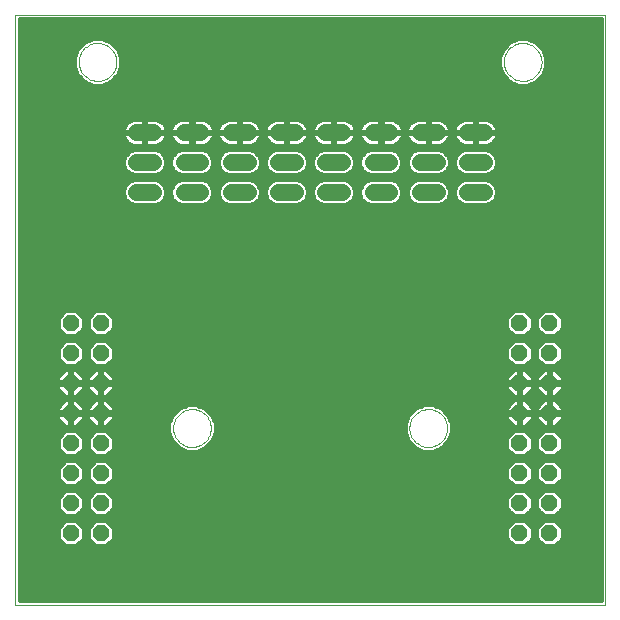
<source format=gbl>
G75*
G70*
%OFA0B0*%
%FSLAX24Y24*%
%IPPOS*%
%LPD*%
%AMOC8*
5,1,8,0,0,1.08239X$1,22.5*
%
%ADD10C,0.0000*%
%ADD11OC8,0.0557*%
%ADD12C,0.0557*%
%ADD13C,0.0160*%
D10*
X000589Y000574D02*
X000589Y020259D01*
X020274Y020259D01*
X020274Y000574D01*
X000589Y000574D01*
X005865Y006479D02*
X005867Y006529D01*
X005873Y006579D01*
X005883Y006628D01*
X005897Y006676D01*
X005914Y006723D01*
X005935Y006768D01*
X005960Y006812D01*
X005988Y006853D01*
X006020Y006892D01*
X006054Y006929D01*
X006091Y006963D01*
X006131Y006993D01*
X006173Y007020D01*
X006217Y007044D01*
X006263Y007065D01*
X006310Y007081D01*
X006358Y007094D01*
X006408Y007103D01*
X006457Y007108D01*
X006508Y007109D01*
X006558Y007106D01*
X006607Y007099D01*
X006656Y007088D01*
X006704Y007073D01*
X006750Y007055D01*
X006795Y007033D01*
X006838Y007007D01*
X006879Y006978D01*
X006918Y006946D01*
X006954Y006911D01*
X006986Y006873D01*
X007016Y006833D01*
X007043Y006790D01*
X007066Y006746D01*
X007085Y006700D01*
X007101Y006652D01*
X007113Y006603D01*
X007121Y006554D01*
X007125Y006504D01*
X007125Y006454D01*
X007121Y006404D01*
X007113Y006355D01*
X007101Y006306D01*
X007085Y006258D01*
X007066Y006212D01*
X007043Y006168D01*
X007016Y006125D01*
X006986Y006085D01*
X006954Y006047D01*
X006918Y006012D01*
X006879Y005980D01*
X006838Y005951D01*
X006795Y005925D01*
X006750Y005903D01*
X006704Y005885D01*
X006656Y005870D01*
X006607Y005859D01*
X006558Y005852D01*
X006508Y005849D01*
X006457Y005850D01*
X006408Y005855D01*
X006358Y005864D01*
X006310Y005877D01*
X006263Y005893D01*
X006217Y005914D01*
X006173Y005938D01*
X006131Y005965D01*
X006091Y005995D01*
X006054Y006029D01*
X006020Y006066D01*
X005988Y006105D01*
X005960Y006146D01*
X005935Y006190D01*
X005914Y006235D01*
X005897Y006282D01*
X005883Y006330D01*
X005873Y006379D01*
X005867Y006429D01*
X005865Y006479D01*
X013739Y006479D02*
X013741Y006529D01*
X013747Y006579D01*
X013757Y006628D01*
X013771Y006676D01*
X013788Y006723D01*
X013809Y006768D01*
X013834Y006812D01*
X013862Y006853D01*
X013894Y006892D01*
X013928Y006929D01*
X013965Y006963D01*
X014005Y006993D01*
X014047Y007020D01*
X014091Y007044D01*
X014137Y007065D01*
X014184Y007081D01*
X014232Y007094D01*
X014282Y007103D01*
X014331Y007108D01*
X014382Y007109D01*
X014432Y007106D01*
X014481Y007099D01*
X014530Y007088D01*
X014578Y007073D01*
X014624Y007055D01*
X014669Y007033D01*
X014712Y007007D01*
X014753Y006978D01*
X014792Y006946D01*
X014828Y006911D01*
X014860Y006873D01*
X014890Y006833D01*
X014917Y006790D01*
X014940Y006746D01*
X014959Y006700D01*
X014975Y006652D01*
X014987Y006603D01*
X014995Y006554D01*
X014999Y006504D01*
X014999Y006454D01*
X014995Y006404D01*
X014987Y006355D01*
X014975Y006306D01*
X014959Y006258D01*
X014940Y006212D01*
X014917Y006168D01*
X014890Y006125D01*
X014860Y006085D01*
X014828Y006047D01*
X014792Y006012D01*
X014753Y005980D01*
X014712Y005951D01*
X014669Y005925D01*
X014624Y005903D01*
X014578Y005885D01*
X014530Y005870D01*
X014481Y005859D01*
X014432Y005852D01*
X014382Y005849D01*
X014331Y005850D01*
X014282Y005855D01*
X014232Y005864D01*
X014184Y005877D01*
X014137Y005893D01*
X014091Y005914D01*
X014047Y005938D01*
X014005Y005965D01*
X013965Y005995D01*
X013928Y006029D01*
X013894Y006066D01*
X013862Y006105D01*
X013834Y006146D01*
X013809Y006190D01*
X013788Y006235D01*
X013771Y006282D01*
X013757Y006330D01*
X013747Y006379D01*
X013741Y006429D01*
X013739Y006479D01*
X016889Y018684D02*
X016891Y018734D01*
X016897Y018784D01*
X016907Y018833D01*
X016921Y018881D01*
X016938Y018928D01*
X016959Y018973D01*
X016984Y019017D01*
X017012Y019058D01*
X017044Y019097D01*
X017078Y019134D01*
X017115Y019168D01*
X017155Y019198D01*
X017197Y019225D01*
X017241Y019249D01*
X017287Y019270D01*
X017334Y019286D01*
X017382Y019299D01*
X017432Y019308D01*
X017481Y019313D01*
X017532Y019314D01*
X017582Y019311D01*
X017631Y019304D01*
X017680Y019293D01*
X017728Y019278D01*
X017774Y019260D01*
X017819Y019238D01*
X017862Y019212D01*
X017903Y019183D01*
X017942Y019151D01*
X017978Y019116D01*
X018010Y019078D01*
X018040Y019038D01*
X018067Y018995D01*
X018090Y018951D01*
X018109Y018905D01*
X018125Y018857D01*
X018137Y018808D01*
X018145Y018759D01*
X018149Y018709D01*
X018149Y018659D01*
X018145Y018609D01*
X018137Y018560D01*
X018125Y018511D01*
X018109Y018463D01*
X018090Y018417D01*
X018067Y018373D01*
X018040Y018330D01*
X018010Y018290D01*
X017978Y018252D01*
X017942Y018217D01*
X017903Y018185D01*
X017862Y018156D01*
X017819Y018130D01*
X017774Y018108D01*
X017728Y018090D01*
X017680Y018075D01*
X017631Y018064D01*
X017582Y018057D01*
X017532Y018054D01*
X017481Y018055D01*
X017432Y018060D01*
X017382Y018069D01*
X017334Y018082D01*
X017287Y018098D01*
X017241Y018119D01*
X017197Y018143D01*
X017155Y018170D01*
X017115Y018200D01*
X017078Y018234D01*
X017044Y018271D01*
X017012Y018310D01*
X016984Y018351D01*
X016959Y018395D01*
X016938Y018440D01*
X016921Y018487D01*
X016907Y018535D01*
X016897Y018584D01*
X016891Y018634D01*
X016889Y018684D01*
X002715Y018684D02*
X002717Y018734D01*
X002723Y018784D01*
X002733Y018833D01*
X002747Y018881D01*
X002764Y018928D01*
X002785Y018973D01*
X002810Y019017D01*
X002838Y019058D01*
X002870Y019097D01*
X002904Y019134D01*
X002941Y019168D01*
X002981Y019198D01*
X003023Y019225D01*
X003067Y019249D01*
X003113Y019270D01*
X003160Y019286D01*
X003208Y019299D01*
X003258Y019308D01*
X003307Y019313D01*
X003358Y019314D01*
X003408Y019311D01*
X003457Y019304D01*
X003506Y019293D01*
X003554Y019278D01*
X003600Y019260D01*
X003645Y019238D01*
X003688Y019212D01*
X003729Y019183D01*
X003768Y019151D01*
X003804Y019116D01*
X003836Y019078D01*
X003866Y019038D01*
X003893Y018995D01*
X003916Y018951D01*
X003935Y018905D01*
X003951Y018857D01*
X003963Y018808D01*
X003971Y018759D01*
X003975Y018709D01*
X003975Y018659D01*
X003971Y018609D01*
X003963Y018560D01*
X003951Y018511D01*
X003935Y018463D01*
X003916Y018417D01*
X003893Y018373D01*
X003866Y018330D01*
X003836Y018290D01*
X003804Y018252D01*
X003768Y018217D01*
X003729Y018185D01*
X003688Y018156D01*
X003645Y018130D01*
X003600Y018108D01*
X003554Y018090D01*
X003506Y018075D01*
X003457Y018064D01*
X003408Y018057D01*
X003358Y018054D01*
X003307Y018055D01*
X003258Y018060D01*
X003208Y018069D01*
X003160Y018082D01*
X003113Y018098D01*
X003067Y018119D01*
X003023Y018143D01*
X002981Y018170D01*
X002941Y018200D01*
X002904Y018234D01*
X002870Y018271D01*
X002838Y018310D01*
X002810Y018351D01*
X002785Y018395D01*
X002764Y018440D01*
X002747Y018487D01*
X002733Y018535D01*
X002723Y018584D01*
X002717Y018634D01*
X002715Y018684D01*
D11*
X002452Y009979D03*
X002452Y008979D03*
X003452Y008979D03*
X003452Y009979D03*
X003452Y007979D03*
X003452Y006979D03*
X003452Y005979D03*
X003452Y004979D03*
X003452Y003979D03*
X003452Y002979D03*
X002452Y002979D03*
X002452Y003979D03*
X002452Y004979D03*
X002452Y005979D03*
X002452Y006979D03*
X002452Y007979D03*
X017412Y007979D03*
X017412Y006979D03*
X017412Y005979D03*
X017412Y004979D03*
X017412Y003979D03*
X017412Y002979D03*
X018412Y002979D03*
X018412Y003979D03*
X018412Y004979D03*
X018412Y005979D03*
X018412Y006979D03*
X018412Y007979D03*
X018412Y008979D03*
X018412Y009979D03*
X017412Y009979D03*
X017412Y008979D03*
D12*
X016222Y014337D02*
X015665Y014337D01*
X015665Y015337D02*
X016222Y015337D01*
X016222Y016337D02*
X015665Y016337D01*
X014648Y016337D02*
X014090Y016337D01*
X014090Y015337D02*
X014648Y015337D01*
X014648Y014337D02*
X014090Y014337D01*
X013073Y014337D02*
X012515Y014337D01*
X012515Y015337D02*
X013073Y015337D01*
X013073Y016337D02*
X012515Y016337D01*
X011498Y016337D02*
X010941Y016337D01*
X010941Y015337D02*
X011498Y015337D01*
X011498Y014337D02*
X010941Y014337D01*
X009923Y014337D02*
X009366Y014337D01*
X008348Y014337D02*
X007791Y014337D01*
X007791Y015337D02*
X008348Y015337D01*
X009366Y015337D02*
X009923Y015337D01*
X009923Y016337D02*
X009366Y016337D01*
X008348Y016337D02*
X007791Y016337D01*
X006774Y016337D02*
X006216Y016337D01*
X006216Y015337D02*
X006774Y015337D01*
X006774Y014337D02*
X006216Y014337D01*
X005199Y014337D02*
X004641Y014337D01*
X004641Y015337D02*
X005199Y015337D01*
X005199Y016337D02*
X004641Y016337D01*
D13*
X004900Y016317D02*
X004183Y016317D01*
X004183Y016301D01*
X004194Y016230D01*
X004216Y016161D01*
X004249Y016097D01*
X004291Y016039D01*
X004342Y015988D01*
X004401Y015945D01*
X004465Y015912D01*
X004534Y015890D01*
X004605Y015879D01*
X004900Y015879D01*
X004900Y016317D01*
X004940Y016317D01*
X004940Y015879D01*
X005235Y015879D01*
X005306Y015890D01*
X005375Y015912D01*
X005439Y015945D01*
X005498Y015988D01*
X005549Y016039D01*
X005591Y016097D01*
X005624Y016161D01*
X005646Y016230D01*
X005658Y016301D01*
X005658Y016317D01*
X004940Y016317D01*
X004940Y016357D01*
X005658Y016357D01*
X005658Y016374D01*
X005646Y016445D01*
X005624Y016514D01*
X005591Y016578D01*
X005549Y016636D01*
X005498Y016687D01*
X005439Y016730D01*
X005375Y016763D01*
X005306Y016785D01*
X005235Y016796D01*
X004940Y016796D01*
X004940Y016357D01*
X004900Y016357D01*
X004900Y016317D01*
X004900Y016357D02*
X004183Y016357D01*
X004183Y016374D01*
X004194Y016445D01*
X004216Y016514D01*
X004249Y016578D01*
X004291Y016636D01*
X004342Y016687D01*
X004401Y016730D01*
X004465Y016763D01*
X004534Y016785D01*
X004605Y016796D01*
X004900Y016796D01*
X004900Y016357D01*
X004900Y016424D02*
X004940Y016424D01*
X004940Y016582D02*
X004900Y016582D01*
X004900Y016741D02*
X004940Y016741D01*
X004940Y016265D02*
X004900Y016265D01*
X004900Y016107D02*
X004940Y016107D01*
X004940Y015948D02*
X004900Y015948D01*
X004554Y015775D02*
X004394Y015708D01*
X004270Y015585D01*
X004204Y015425D01*
X004204Y015250D01*
X004270Y015090D01*
X004394Y014967D01*
X004554Y014900D01*
X005286Y014900D01*
X005447Y014967D01*
X005570Y015090D01*
X005636Y015250D01*
X005636Y015425D01*
X005570Y015585D01*
X005447Y015708D01*
X005286Y015775D01*
X004554Y015775D01*
X004397Y015948D02*
X000748Y015948D01*
X000748Y015790D02*
X020116Y015790D01*
X020116Y015948D02*
X016467Y015948D01*
X016463Y015945D02*
X016521Y015988D01*
X016572Y016039D01*
X016615Y016097D01*
X016648Y016161D01*
X016670Y016230D01*
X016681Y016301D01*
X016681Y016317D01*
X015964Y016317D01*
X015964Y015879D01*
X016259Y015879D01*
X016330Y015890D01*
X016399Y015912D01*
X016463Y015945D01*
X016620Y016107D02*
X020116Y016107D01*
X020116Y016265D02*
X016675Y016265D01*
X016681Y016357D02*
X016681Y016374D01*
X016670Y016445D01*
X016648Y016514D01*
X016615Y016578D01*
X016572Y016636D01*
X016521Y016687D01*
X016463Y016730D01*
X016399Y016763D01*
X016330Y016785D01*
X016259Y016796D01*
X015964Y016796D01*
X015964Y016357D01*
X016681Y016357D01*
X016673Y016424D02*
X020116Y016424D01*
X020116Y016582D02*
X016612Y016582D01*
X016441Y016741D02*
X020116Y016741D01*
X020116Y016899D02*
X000748Y016899D01*
X000748Y016741D02*
X004422Y016741D01*
X004252Y016582D02*
X000748Y016582D01*
X000748Y016424D02*
X004191Y016424D01*
X004188Y016265D02*
X000748Y016265D01*
X000748Y016107D02*
X004244Y016107D01*
X004316Y015631D02*
X000748Y015631D01*
X000748Y015473D02*
X004224Y015473D01*
X004204Y015314D02*
X000748Y015314D01*
X000748Y015156D02*
X004243Y015156D01*
X004363Y014997D02*
X000748Y014997D01*
X000748Y014839D02*
X020116Y014839D01*
X020116Y014997D02*
X016501Y014997D01*
X016470Y014967D02*
X016593Y015090D01*
X016660Y015250D01*
X016660Y015425D01*
X016593Y015585D01*
X016470Y015708D01*
X016309Y015775D01*
X015578Y015775D01*
X015417Y015708D01*
X015294Y015585D01*
X015227Y015425D01*
X015227Y015250D01*
X015294Y015090D01*
X015417Y014967D01*
X015578Y014900D01*
X016309Y014900D01*
X016470Y014967D01*
X016621Y015156D02*
X020116Y015156D01*
X020116Y015314D02*
X016660Y015314D01*
X016640Y015473D02*
X020116Y015473D01*
X020116Y015631D02*
X016547Y015631D01*
X015964Y015948D02*
X015924Y015948D01*
X015924Y015879D02*
X015924Y016317D01*
X015964Y016317D01*
X015964Y016357D01*
X015924Y016357D01*
X015924Y016317D01*
X015206Y016317D01*
X015206Y016301D01*
X015218Y016230D01*
X015240Y016161D01*
X015273Y016097D01*
X015315Y016039D01*
X015366Y015988D01*
X015425Y015945D01*
X015489Y015912D01*
X015558Y015890D01*
X015629Y015879D01*
X015924Y015879D01*
X015924Y016107D02*
X015964Y016107D01*
X015964Y016265D02*
X015924Y016265D01*
X015924Y016357D02*
X015206Y016357D01*
X015206Y016374D01*
X015218Y016445D01*
X015240Y016514D01*
X015273Y016578D01*
X015315Y016636D01*
X015366Y016687D01*
X015425Y016730D01*
X015489Y016763D01*
X015558Y016785D01*
X015629Y016796D01*
X015924Y016796D01*
X015924Y016357D01*
X015924Y016424D02*
X015964Y016424D01*
X015964Y016582D02*
X015924Y016582D01*
X015924Y016741D02*
X015964Y016741D01*
X015446Y016741D02*
X014867Y016741D01*
X014888Y016730D02*
X014824Y016763D01*
X014755Y016785D01*
X014684Y016796D01*
X014389Y016796D01*
X014389Y016357D01*
X015106Y016357D01*
X015106Y016374D01*
X015095Y016445D01*
X015073Y016514D01*
X015040Y016578D01*
X014998Y016636D01*
X014946Y016687D01*
X014888Y016730D01*
X015037Y016582D02*
X015276Y016582D01*
X015214Y016424D02*
X015098Y016424D01*
X015106Y016317D02*
X014389Y016317D01*
X014389Y015879D01*
X014684Y015879D01*
X014755Y015890D01*
X014824Y015912D01*
X014888Y015945D01*
X014946Y015988D01*
X014998Y016039D01*
X015040Y016097D01*
X015073Y016161D01*
X015095Y016230D01*
X015106Y016301D01*
X015106Y016317D01*
X015101Y016265D02*
X015212Y016265D01*
X015268Y016107D02*
X015045Y016107D01*
X014892Y015948D02*
X015420Y015948D01*
X015340Y015631D02*
X014973Y015631D01*
X015019Y015585D02*
X014895Y015708D01*
X014735Y015775D01*
X014003Y015775D01*
X013842Y015708D01*
X013719Y015585D01*
X013653Y015425D01*
X013653Y015250D01*
X013719Y015090D01*
X013842Y014967D01*
X014003Y014900D01*
X014735Y014900D01*
X014895Y014967D01*
X015019Y015090D01*
X015085Y015250D01*
X015085Y015425D01*
X015019Y015585D01*
X015065Y015473D02*
X015247Y015473D01*
X015227Y015314D02*
X015085Y015314D01*
X015046Y015156D02*
X015267Y015156D01*
X015387Y014997D02*
X014926Y014997D01*
X014895Y014708D02*
X014735Y014775D01*
X014003Y014775D01*
X013842Y014708D01*
X013719Y014585D01*
X013653Y014425D01*
X013653Y014250D01*
X013719Y014090D01*
X013842Y013967D01*
X014003Y013900D01*
X014735Y013900D01*
X014895Y013967D01*
X015019Y014090D01*
X015085Y014250D01*
X015085Y014425D01*
X015019Y014585D01*
X014895Y014708D01*
X014924Y014680D02*
X015389Y014680D01*
X015417Y014708D02*
X015294Y014585D01*
X015227Y014425D01*
X015227Y014250D01*
X015294Y014090D01*
X015417Y013967D01*
X015578Y013900D01*
X016309Y013900D01*
X016470Y013967D01*
X016593Y014090D01*
X016660Y014250D01*
X016660Y014425D01*
X016593Y014585D01*
X016470Y014708D01*
X016309Y014775D01*
X015578Y014775D01*
X015417Y014708D01*
X015268Y014522D02*
X015045Y014522D01*
X015085Y014363D02*
X015227Y014363D01*
X015246Y014205D02*
X015066Y014205D01*
X014975Y014046D02*
X015338Y014046D01*
X016550Y014046D02*
X020116Y014046D01*
X020116Y013888D02*
X000748Y013888D01*
X000748Y014046D02*
X004314Y014046D01*
X004270Y014090D02*
X004394Y013967D01*
X004554Y013900D01*
X005286Y013900D01*
X005447Y013967D01*
X005570Y014090D01*
X005636Y014250D01*
X005636Y014425D01*
X005570Y014585D01*
X005447Y014708D01*
X005286Y014775D01*
X004554Y014775D01*
X004394Y014708D01*
X004270Y014585D01*
X004204Y014425D01*
X004204Y014250D01*
X004270Y014090D01*
X004223Y014205D02*
X000748Y014205D01*
X000748Y014363D02*
X004204Y014363D01*
X004244Y014522D02*
X000748Y014522D01*
X000748Y014680D02*
X004365Y014680D01*
X005475Y014680D02*
X005940Y014680D01*
X005968Y014708D02*
X005845Y014585D01*
X005779Y014425D01*
X005779Y014250D01*
X005845Y014090D01*
X005968Y013967D01*
X006129Y013900D01*
X006861Y013900D01*
X007021Y013967D01*
X007144Y014090D01*
X007211Y014250D01*
X007211Y014425D01*
X007144Y014585D01*
X007021Y014708D01*
X006861Y014775D01*
X006129Y014775D01*
X005968Y014708D01*
X005819Y014522D02*
X005596Y014522D01*
X005636Y014363D02*
X005779Y014363D01*
X005798Y014205D02*
X005617Y014205D01*
X005526Y014046D02*
X005889Y014046D01*
X006129Y014900D02*
X005968Y014967D01*
X005845Y015090D01*
X005779Y015250D01*
X005779Y015425D01*
X005845Y015585D01*
X005968Y015708D01*
X006129Y015775D01*
X006861Y015775D01*
X007021Y015708D01*
X007144Y015585D01*
X007211Y015425D01*
X007211Y015250D01*
X007144Y015090D01*
X007021Y014967D01*
X006861Y014900D01*
X006129Y014900D01*
X005938Y014997D02*
X005477Y014997D01*
X005597Y015156D02*
X005818Y015156D01*
X005779Y015314D02*
X005636Y015314D01*
X005616Y015473D02*
X005799Y015473D01*
X005891Y015631D02*
X005524Y015631D01*
X005444Y015948D02*
X005971Y015948D01*
X005976Y015945D02*
X006040Y015912D01*
X006109Y015890D01*
X006180Y015879D01*
X006475Y015879D01*
X006475Y016317D01*
X006515Y016317D01*
X006515Y015879D01*
X006810Y015879D01*
X006881Y015890D01*
X006950Y015912D01*
X007014Y015945D01*
X007072Y015988D01*
X007124Y016039D01*
X007166Y016097D01*
X007199Y016161D01*
X007221Y016230D01*
X007232Y016301D01*
X007232Y016317D01*
X006515Y016317D01*
X006515Y016357D01*
X007232Y016357D01*
X007232Y016374D01*
X007221Y016445D01*
X007199Y016514D01*
X007166Y016578D01*
X007124Y016636D01*
X007072Y016687D01*
X007014Y016730D01*
X006950Y016763D01*
X006881Y016785D01*
X006810Y016796D01*
X006515Y016796D01*
X006515Y016357D01*
X006475Y016357D01*
X006475Y016317D01*
X005757Y016317D01*
X005757Y016301D01*
X005769Y016230D01*
X005791Y016161D01*
X005824Y016097D01*
X005866Y016039D01*
X005917Y015988D01*
X005976Y015945D01*
X005819Y016107D02*
X005596Y016107D01*
X005652Y016265D02*
X005763Y016265D01*
X005757Y016357D02*
X006475Y016357D01*
X006475Y016796D01*
X006180Y016796D01*
X006109Y016785D01*
X006040Y016763D01*
X005976Y016730D01*
X005917Y016687D01*
X005866Y016636D01*
X005824Y016578D01*
X005791Y016514D01*
X005769Y016445D01*
X005757Y016374D01*
X005757Y016357D01*
X005765Y016424D02*
X005650Y016424D01*
X005588Y016582D02*
X005827Y016582D01*
X005997Y016741D02*
X005418Y016741D01*
X006475Y016741D02*
X006515Y016741D01*
X006515Y016582D02*
X006475Y016582D01*
X006475Y016424D02*
X006515Y016424D01*
X006515Y016265D02*
X006475Y016265D01*
X006475Y016107D02*
X006515Y016107D01*
X006515Y015948D02*
X006475Y015948D01*
X007018Y015948D02*
X007546Y015948D01*
X007551Y015945D02*
X007615Y015912D01*
X007684Y015890D01*
X007755Y015879D01*
X008050Y015879D01*
X008050Y016317D01*
X008090Y016317D01*
X008090Y015879D01*
X008385Y015879D01*
X008456Y015890D01*
X008525Y015912D01*
X008589Y015945D01*
X008647Y015988D01*
X008698Y016039D01*
X008741Y016097D01*
X008774Y016161D01*
X008796Y016230D01*
X008807Y016301D01*
X008807Y016317D01*
X008090Y016317D01*
X008090Y016357D01*
X008807Y016357D01*
X008807Y016374D01*
X008796Y016445D01*
X008774Y016514D01*
X008741Y016578D01*
X008698Y016636D01*
X008647Y016687D01*
X008589Y016730D01*
X008525Y016763D01*
X008456Y016785D01*
X008385Y016796D01*
X008090Y016796D01*
X008090Y016357D01*
X008050Y016357D01*
X008050Y016317D01*
X007332Y016317D01*
X007332Y016301D01*
X007344Y016230D01*
X007366Y016161D01*
X007399Y016097D01*
X007441Y016039D01*
X007492Y015988D01*
X007551Y015945D01*
X007394Y016107D02*
X007171Y016107D01*
X007227Y016265D02*
X007338Y016265D01*
X007332Y016357D02*
X008050Y016357D01*
X008050Y016796D01*
X007755Y016796D01*
X007684Y016785D01*
X007615Y016763D01*
X007551Y016730D01*
X007492Y016687D01*
X007441Y016636D01*
X007399Y016578D01*
X007366Y016514D01*
X007344Y016445D01*
X007332Y016374D01*
X007332Y016357D01*
X007340Y016424D02*
X007224Y016424D01*
X007163Y016582D02*
X007402Y016582D01*
X007572Y016741D02*
X006993Y016741D01*
X008050Y016741D02*
X008090Y016741D01*
X008090Y016582D02*
X008050Y016582D01*
X008050Y016424D02*
X008090Y016424D01*
X008090Y016265D02*
X008050Y016265D01*
X008050Y016107D02*
X008090Y016107D01*
X008090Y015948D02*
X008050Y015948D01*
X007704Y015775D02*
X007543Y015708D01*
X007420Y015585D01*
X007353Y015425D01*
X007353Y015250D01*
X007420Y015090D01*
X007543Y014967D01*
X007704Y014900D01*
X008435Y014900D01*
X008596Y014967D01*
X008719Y015090D01*
X008786Y015250D01*
X008786Y015425D01*
X008719Y015585D01*
X008596Y015708D01*
X008435Y015775D01*
X007704Y015775D01*
X007466Y015631D02*
X007099Y015631D01*
X007191Y015473D02*
X007373Y015473D01*
X007353Y015314D02*
X007211Y015314D01*
X007172Y015156D02*
X007393Y015156D01*
X007513Y014997D02*
X007052Y014997D01*
X007050Y014680D02*
X007515Y014680D01*
X007543Y014708D02*
X007420Y014585D01*
X007353Y014425D01*
X007353Y014250D01*
X007420Y014090D01*
X007543Y013967D01*
X007704Y013900D01*
X008435Y013900D01*
X008596Y013967D01*
X008719Y014090D01*
X008786Y014250D01*
X008786Y014425D01*
X008719Y014585D01*
X008596Y014708D01*
X008435Y014775D01*
X007704Y014775D01*
X007543Y014708D01*
X007394Y014522D02*
X007171Y014522D01*
X007211Y014363D02*
X007353Y014363D01*
X007372Y014205D02*
X007192Y014205D01*
X007101Y014046D02*
X007464Y014046D01*
X008676Y014046D02*
X009038Y014046D01*
X008995Y014090D02*
X009118Y013967D01*
X009279Y013900D01*
X010010Y013900D01*
X010171Y013967D01*
X010294Y014090D01*
X010361Y014250D01*
X010361Y014425D01*
X010294Y014585D01*
X010171Y014708D01*
X010010Y014775D01*
X009279Y014775D01*
X009118Y014708D01*
X008995Y014585D01*
X008928Y014425D01*
X008928Y014250D01*
X008995Y014090D01*
X008947Y014205D02*
X008767Y014205D01*
X008786Y014363D02*
X008928Y014363D01*
X008969Y014522D02*
X008746Y014522D01*
X008624Y014680D02*
X009090Y014680D01*
X009118Y014967D02*
X009279Y014900D01*
X010010Y014900D01*
X010171Y014967D01*
X010294Y015090D01*
X010361Y015250D01*
X010361Y015425D01*
X010294Y015585D01*
X010171Y015708D01*
X010010Y015775D01*
X009279Y015775D01*
X009118Y015708D01*
X008995Y015585D01*
X008928Y015425D01*
X008928Y015250D01*
X008995Y015090D01*
X009118Y014967D01*
X009087Y014997D02*
X008627Y014997D01*
X008747Y015156D02*
X008968Y015156D01*
X008928Y015314D02*
X008786Y015314D01*
X008766Y015473D02*
X008948Y015473D01*
X009041Y015631D02*
X008673Y015631D01*
X008593Y015948D02*
X009121Y015948D01*
X009125Y015945D02*
X009190Y015912D01*
X009258Y015890D01*
X009330Y015879D01*
X009624Y015879D01*
X009624Y016317D01*
X009664Y016317D01*
X009664Y015879D01*
X009959Y015879D01*
X010031Y015890D01*
X010099Y015912D01*
X010164Y015945D01*
X010222Y015988D01*
X010273Y016039D01*
X010316Y016097D01*
X010348Y016161D01*
X010371Y016230D01*
X010382Y016301D01*
X010382Y016317D01*
X009664Y016317D01*
X009664Y016357D01*
X009624Y016357D01*
X009624Y016317D01*
X008907Y016317D01*
X008907Y016301D01*
X008918Y016230D01*
X008941Y016161D01*
X008973Y016097D01*
X009016Y016039D01*
X009067Y015988D01*
X009125Y015945D01*
X008968Y016107D02*
X008746Y016107D01*
X008801Y016265D02*
X008913Y016265D01*
X008907Y016357D02*
X009624Y016357D01*
X009624Y016796D01*
X009330Y016796D01*
X009258Y016785D01*
X009190Y016763D01*
X009125Y016730D01*
X009067Y016687D01*
X009016Y016636D01*
X008973Y016578D01*
X008941Y016514D01*
X008918Y016445D01*
X008907Y016374D01*
X008907Y016357D01*
X008915Y016424D02*
X008799Y016424D01*
X008738Y016582D02*
X008977Y016582D01*
X009147Y016741D02*
X008567Y016741D01*
X009624Y016741D02*
X009664Y016741D01*
X009664Y016796D02*
X009664Y016357D01*
X010382Y016357D01*
X010382Y016374D01*
X010371Y016445D01*
X010348Y016514D01*
X010316Y016578D01*
X010273Y016636D01*
X010222Y016687D01*
X010164Y016730D01*
X010099Y016763D01*
X010031Y016785D01*
X009959Y016796D01*
X009664Y016796D01*
X009664Y016582D02*
X009624Y016582D01*
X009624Y016424D02*
X009664Y016424D01*
X009664Y016265D02*
X009624Y016265D01*
X009624Y016107D02*
X009664Y016107D01*
X009664Y015948D02*
X009624Y015948D01*
X010168Y015948D02*
X010696Y015948D01*
X010700Y015945D02*
X010764Y015912D01*
X010833Y015890D01*
X010904Y015879D01*
X011199Y015879D01*
X011199Y016317D01*
X011239Y016317D01*
X011239Y015879D01*
X011534Y015879D01*
X011605Y015890D01*
X011674Y015912D01*
X011738Y015945D01*
X011797Y015988D01*
X011848Y016039D01*
X011890Y016097D01*
X011923Y016161D01*
X011945Y016230D01*
X011957Y016301D01*
X011957Y016317D01*
X011239Y016317D01*
X011239Y016357D01*
X011957Y016357D01*
X011957Y016374D01*
X011945Y016445D01*
X011923Y016514D01*
X011890Y016578D01*
X011848Y016636D01*
X011797Y016687D01*
X011738Y016730D01*
X011674Y016763D01*
X011605Y016785D01*
X011534Y016796D01*
X011239Y016796D01*
X011239Y016357D01*
X011199Y016357D01*
X011199Y016317D01*
X010482Y016317D01*
X010482Y016301D01*
X010493Y016230D01*
X010515Y016161D01*
X010548Y016097D01*
X010591Y016039D01*
X010642Y015988D01*
X010700Y015945D01*
X010543Y016107D02*
X010321Y016107D01*
X010376Y016265D02*
X010488Y016265D01*
X010482Y016357D02*
X011199Y016357D01*
X011199Y016796D01*
X010904Y016796D01*
X010833Y016785D01*
X010764Y016763D01*
X010700Y016730D01*
X010642Y016687D01*
X010591Y016636D01*
X010548Y016578D01*
X010515Y016514D01*
X010493Y016445D01*
X010482Y016374D01*
X010482Y016357D01*
X010490Y016424D02*
X010374Y016424D01*
X010312Y016582D02*
X010551Y016582D01*
X010722Y016741D02*
X010142Y016741D01*
X011199Y016741D02*
X011239Y016741D01*
X011239Y016582D02*
X011199Y016582D01*
X011199Y016424D02*
X011239Y016424D01*
X011239Y016265D02*
X011199Y016265D01*
X011199Y016107D02*
X011239Y016107D01*
X011239Y015948D02*
X011199Y015948D01*
X010854Y015775D02*
X010693Y015708D01*
X010570Y015585D01*
X010503Y015425D01*
X010503Y015250D01*
X010570Y015090D01*
X010693Y014967D01*
X010854Y014900D01*
X011585Y014900D01*
X011746Y014967D01*
X011869Y015090D01*
X011936Y015250D01*
X011936Y015425D01*
X011869Y015585D01*
X011746Y015708D01*
X011585Y015775D01*
X010854Y015775D01*
X010616Y015631D02*
X010248Y015631D01*
X010341Y015473D02*
X010523Y015473D01*
X010503Y015314D02*
X010361Y015314D01*
X010321Y015156D02*
X010542Y015156D01*
X010662Y014997D02*
X010202Y014997D01*
X010199Y014680D02*
X010665Y014680D01*
X010693Y014708D02*
X010570Y014585D01*
X010503Y014425D01*
X010503Y014250D01*
X010570Y014090D01*
X010693Y013967D01*
X010854Y013900D01*
X011585Y013900D01*
X011746Y013967D01*
X011869Y014090D01*
X011936Y014250D01*
X011936Y014425D01*
X011869Y014585D01*
X011746Y014708D01*
X011585Y014775D01*
X010854Y014775D01*
X010693Y014708D01*
X010543Y014522D02*
X010320Y014522D01*
X010361Y014363D02*
X010503Y014363D01*
X010522Y014205D02*
X010342Y014205D01*
X010251Y014046D02*
X010613Y014046D01*
X011825Y014046D02*
X012188Y014046D01*
X012144Y014090D02*
X012268Y013967D01*
X012428Y013900D01*
X013160Y013900D01*
X013321Y013967D01*
X013444Y014090D01*
X013510Y014250D01*
X013510Y014425D01*
X013444Y014585D01*
X013321Y014708D01*
X013160Y014775D01*
X012428Y014775D01*
X012268Y014708D01*
X012144Y014585D01*
X012078Y014425D01*
X012078Y014250D01*
X012144Y014090D01*
X012097Y014205D02*
X011917Y014205D01*
X011936Y014363D02*
X012078Y014363D01*
X012118Y014522D02*
X011895Y014522D01*
X011774Y014680D02*
X012239Y014680D01*
X012268Y014967D02*
X012428Y014900D01*
X013160Y014900D01*
X013321Y014967D01*
X013444Y015090D01*
X013510Y015250D01*
X013510Y015425D01*
X013444Y015585D01*
X013321Y015708D01*
X013160Y015775D01*
X012428Y015775D01*
X012268Y015708D01*
X012144Y015585D01*
X012078Y015425D01*
X012078Y015250D01*
X012144Y015090D01*
X012268Y014967D01*
X012237Y014997D02*
X011776Y014997D01*
X011896Y015156D02*
X012117Y015156D01*
X012078Y015314D02*
X011936Y015314D01*
X011916Y015473D02*
X012098Y015473D01*
X012190Y015631D02*
X011823Y015631D01*
X011743Y015948D02*
X012271Y015948D01*
X012275Y015945D02*
X012339Y015912D01*
X012408Y015890D01*
X012479Y015879D01*
X012774Y015879D01*
X012774Y016317D01*
X012814Y016317D01*
X012814Y015879D01*
X013109Y015879D01*
X013180Y015890D01*
X013249Y015912D01*
X013313Y015945D01*
X013372Y015988D01*
X013423Y016039D01*
X013465Y016097D01*
X013498Y016161D01*
X013520Y016230D01*
X013532Y016301D01*
X013532Y016317D01*
X012814Y016317D01*
X012814Y016357D01*
X013532Y016357D01*
X013532Y016374D01*
X013520Y016445D01*
X013498Y016514D01*
X013465Y016578D01*
X013423Y016636D01*
X013372Y016687D01*
X013313Y016730D01*
X013249Y016763D01*
X013180Y016785D01*
X013109Y016796D01*
X012814Y016796D01*
X012814Y016357D01*
X012774Y016357D01*
X012774Y016317D01*
X012057Y016317D01*
X012057Y016301D01*
X012068Y016230D01*
X012090Y016161D01*
X012123Y016097D01*
X012165Y016039D01*
X012217Y015988D01*
X012275Y015945D01*
X012118Y016107D02*
X011895Y016107D01*
X011951Y016265D02*
X012062Y016265D01*
X012057Y016357D02*
X012774Y016357D01*
X012774Y016796D01*
X012479Y016796D01*
X012408Y016785D01*
X012339Y016763D01*
X012275Y016730D01*
X012217Y016687D01*
X012165Y016636D01*
X012123Y016578D01*
X012090Y016514D01*
X012068Y016445D01*
X012057Y016374D01*
X012057Y016357D01*
X012065Y016424D02*
X011949Y016424D01*
X011887Y016582D02*
X012126Y016582D01*
X012296Y016741D02*
X011717Y016741D01*
X012774Y016741D02*
X012814Y016741D01*
X012814Y016582D02*
X012774Y016582D01*
X012774Y016424D02*
X012814Y016424D01*
X012814Y016265D02*
X012774Y016265D01*
X012774Y016107D02*
X012814Y016107D01*
X012814Y015948D02*
X012774Y015948D01*
X013318Y015948D02*
X013845Y015948D01*
X013850Y015945D02*
X013914Y015912D01*
X013983Y015890D01*
X014054Y015879D01*
X014349Y015879D01*
X014349Y016317D01*
X014389Y016317D01*
X014389Y016357D01*
X014349Y016357D01*
X014349Y016317D01*
X013631Y016317D01*
X013631Y016301D01*
X013643Y016230D01*
X013665Y016161D01*
X013698Y016097D01*
X013740Y016039D01*
X013791Y015988D01*
X013850Y015945D01*
X013693Y016107D02*
X013470Y016107D01*
X013526Y016265D02*
X013637Y016265D01*
X013631Y016357D02*
X014349Y016357D01*
X014349Y016796D01*
X014054Y016796D01*
X013983Y016785D01*
X013914Y016763D01*
X013850Y016730D01*
X013791Y016687D01*
X013740Y016636D01*
X013698Y016578D01*
X013665Y016514D01*
X013643Y016445D01*
X013631Y016374D01*
X013631Y016357D01*
X013639Y016424D02*
X013524Y016424D01*
X013462Y016582D02*
X013701Y016582D01*
X013871Y016741D02*
X013292Y016741D01*
X014349Y016741D02*
X014389Y016741D01*
X014389Y016582D02*
X014349Y016582D01*
X014349Y016424D02*
X014389Y016424D01*
X014389Y016265D02*
X014349Y016265D01*
X014349Y016107D02*
X014389Y016107D01*
X014389Y015948D02*
X014349Y015948D01*
X013765Y015631D02*
X013398Y015631D01*
X013490Y015473D02*
X013673Y015473D01*
X013653Y015314D02*
X013510Y015314D01*
X013471Y015156D02*
X013692Y015156D01*
X013812Y014997D02*
X013351Y014997D01*
X013349Y014680D02*
X013814Y014680D01*
X013693Y014522D02*
X013470Y014522D01*
X013510Y014363D02*
X013653Y014363D01*
X013672Y014205D02*
X013491Y014205D01*
X013400Y014046D02*
X013763Y014046D01*
X016498Y014680D02*
X020116Y014680D01*
X020116Y014522D02*
X016620Y014522D01*
X016660Y014363D02*
X020116Y014363D01*
X020116Y014205D02*
X016641Y014205D01*
X020116Y013729D02*
X000748Y013729D01*
X000748Y013571D02*
X020116Y013571D01*
X020116Y013412D02*
X000748Y013412D01*
X000748Y013254D02*
X020116Y013254D01*
X020116Y013095D02*
X000748Y013095D01*
X000748Y012937D02*
X020116Y012937D01*
X020116Y012778D02*
X000748Y012778D01*
X000748Y012620D02*
X020116Y012620D01*
X020116Y012461D02*
X000748Y012461D01*
X000748Y012303D02*
X020116Y012303D01*
X020116Y012144D02*
X000748Y012144D01*
X000748Y011986D02*
X020116Y011986D01*
X020116Y011827D02*
X000748Y011827D01*
X000748Y011669D02*
X020116Y011669D01*
X020116Y011510D02*
X000748Y011510D01*
X000748Y011352D02*
X020116Y011352D01*
X020116Y011193D02*
X000748Y011193D01*
X000748Y011035D02*
X020116Y011035D01*
X020116Y010876D02*
X000748Y010876D01*
X000748Y010718D02*
X020116Y010718D01*
X020116Y010559D02*
X000748Y010559D01*
X000748Y010401D02*
X002254Y010401D01*
X002270Y010417D02*
X002014Y010160D01*
X002014Y009798D01*
X002270Y009542D01*
X002633Y009542D01*
X002889Y009798D01*
X002889Y010160D01*
X002633Y010417D01*
X002270Y010417D01*
X002096Y010242D02*
X000748Y010242D01*
X000748Y010084D02*
X002014Y010084D01*
X002014Y009925D02*
X000748Y009925D01*
X000748Y009767D02*
X002045Y009767D01*
X002204Y009608D02*
X000748Y009608D01*
X000748Y009450D02*
X020116Y009450D01*
X020116Y009608D02*
X018660Y009608D01*
X018593Y009542D02*
X018850Y009798D01*
X018850Y010160D01*
X018593Y010417D01*
X018231Y010417D01*
X017975Y010160D01*
X017975Y009798D01*
X018231Y009542D01*
X018593Y009542D01*
X018593Y009417D02*
X018231Y009417D01*
X017975Y009160D01*
X017975Y008798D01*
X018231Y008542D01*
X018593Y008542D01*
X018850Y008798D01*
X018850Y009160D01*
X018593Y009417D01*
X018719Y009291D02*
X020116Y009291D01*
X020116Y009133D02*
X018850Y009133D01*
X018850Y008974D02*
X020116Y008974D01*
X020116Y008816D02*
X018850Y008816D01*
X018709Y008657D02*
X020116Y008657D01*
X020116Y008499D02*
X000748Y008499D01*
X000748Y008657D02*
X002155Y008657D01*
X002270Y008542D02*
X002633Y008542D01*
X002889Y008798D01*
X002889Y009160D01*
X002633Y009417D01*
X002270Y009417D01*
X002014Y009160D01*
X002014Y008798D01*
X002270Y008542D01*
X002262Y008438D02*
X001993Y008169D01*
X001993Y007999D01*
X002432Y007999D01*
X002432Y008438D01*
X002262Y008438D01*
X002164Y008340D02*
X000748Y008340D01*
X000748Y008182D02*
X002005Y008182D01*
X001993Y008023D02*
X000748Y008023D01*
X000748Y007865D02*
X001993Y007865D01*
X001993Y007789D02*
X002262Y007520D01*
X002432Y007520D01*
X002432Y007959D01*
X002472Y007959D01*
X002472Y007999D01*
X002910Y007999D01*
X002910Y008169D01*
X002642Y008438D01*
X002472Y008438D01*
X002472Y007999D01*
X002432Y007999D01*
X002432Y007959D01*
X001993Y007959D01*
X001993Y007789D01*
X002076Y007706D02*
X000748Y007706D01*
X000748Y007548D02*
X002234Y007548D01*
X002262Y007438D02*
X001993Y007169D01*
X001993Y006999D01*
X002432Y006999D01*
X002432Y007438D01*
X002262Y007438D01*
X002213Y007389D02*
X000748Y007389D01*
X000748Y007231D02*
X002054Y007231D01*
X001993Y007072D02*
X000748Y007072D01*
X000748Y006914D02*
X001993Y006914D01*
X001993Y006959D02*
X001993Y006789D01*
X002262Y006520D01*
X002432Y006520D01*
X002432Y006959D01*
X002472Y006959D01*
X002472Y006999D01*
X002910Y006999D01*
X002910Y007169D01*
X002642Y007438D01*
X002472Y007438D01*
X002472Y006999D01*
X002432Y006999D01*
X002432Y006959D01*
X001993Y006959D01*
X002027Y006755D02*
X000748Y006755D01*
X000748Y006597D02*
X002185Y006597D01*
X002270Y006417D02*
X002014Y006160D01*
X002014Y005798D01*
X002270Y005542D01*
X002633Y005542D01*
X002889Y005798D01*
X002889Y006160D01*
X002633Y006417D01*
X002270Y006417D01*
X002133Y006280D02*
X000748Y006280D01*
X000748Y006438D02*
X005706Y006438D01*
X005706Y006322D02*
X005826Y006032D01*
X006048Y005811D01*
X006338Y005691D01*
X006652Y005691D01*
X006942Y005811D01*
X007163Y006032D01*
X007284Y006322D01*
X007284Y006636D01*
X007163Y006926D01*
X006942Y007148D01*
X006652Y007268D01*
X006338Y007268D01*
X006048Y007148D01*
X005826Y006926D01*
X005706Y006636D01*
X005706Y006322D01*
X005724Y006280D02*
X003770Y006280D01*
X003889Y006160D02*
X003633Y006417D01*
X003270Y006417D01*
X003014Y006160D01*
X003014Y005798D01*
X003270Y005542D01*
X003633Y005542D01*
X003889Y005798D01*
X003889Y006160D01*
X003889Y006121D02*
X005790Y006121D01*
X005896Y005963D02*
X003889Y005963D01*
X003889Y005804D02*
X006064Y005804D01*
X006926Y005804D02*
X013938Y005804D01*
X013922Y005811D02*
X014212Y005691D01*
X014526Y005691D01*
X014816Y005811D01*
X015037Y006032D01*
X015158Y006322D01*
X015158Y006636D01*
X015037Y006926D01*
X014816Y007148D01*
X014526Y007268D01*
X014212Y007268D01*
X013922Y007148D01*
X013700Y006926D01*
X013580Y006636D01*
X013580Y006322D01*
X013700Y006032D01*
X013922Y005811D01*
X013770Y005963D02*
X007094Y005963D01*
X007200Y006121D02*
X013664Y006121D01*
X013598Y006280D02*
X007266Y006280D01*
X007284Y006438D02*
X013580Y006438D01*
X013580Y006597D02*
X007284Y006597D01*
X007234Y006755D02*
X013630Y006755D01*
X013695Y006914D02*
X007169Y006914D01*
X007017Y007072D02*
X013847Y007072D01*
X014122Y007231D02*
X006741Y007231D01*
X006248Y007231D02*
X003849Y007231D01*
X003910Y007169D02*
X003642Y007438D01*
X003472Y007438D01*
X003472Y006999D01*
X003910Y006999D01*
X003910Y007169D01*
X003910Y007072D02*
X005973Y007072D01*
X005821Y006914D02*
X003910Y006914D01*
X003910Y006959D02*
X003472Y006959D01*
X003472Y006999D01*
X003432Y006999D01*
X003432Y007438D01*
X003262Y007438D01*
X002993Y007169D01*
X002993Y006999D01*
X003432Y006999D01*
X003432Y006959D01*
X003472Y006959D01*
X003472Y006520D01*
X003642Y006520D01*
X003910Y006789D01*
X003910Y006959D01*
X003876Y006755D02*
X005756Y006755D01*
X005706Y006597D02*
X003718Y006597D01*
X003472Y006597D02*
X003432Y006597D01*
X003432Y006520D02*
X003432Y006959D01*
X002993Y006959D01*
X002993Y006789D01*
X003262Y006520D01*
X003432Y006520D01*
X003432Y006755D02*
X003472Y006755D01*
X003472Y006914D02*
X003432Y006914D01*
X003432Y007072D02*
X003472Y007072D01*
X003472Y007231D02*
X003432Y007231D01*
X003432Y007389D02*
X003472Y007389D01*
X003472Y007520D02*
X003642Y007520D01*
X003910Y007789D01*
X003910Y007959D01*
X003472Y007959D01*
X003472Y007999D01*
X003910Y007999D01*
X003910Y008169D01*
X003642Y008438D01*
X003472Y008438D01*
X003472Y007999D01*
X003432Y007999D01*
X003432Y008438D01*
X003262Y008438D01*
X002993Y008169D01*
X002993Y007999D01*
X003432Y007999D01*
X003432Y007959D01*
X003472Y007959D01*
X003472Y007520D01*
X003472Y007548D02*
X003432Y007548D01*
X003432Y007520D02*
X003432Y007959D01*
X002993Y007959D01*
X002993Y007789D01*
X003262Y007520D01*
X003432Y007520D01*
X003432Y007706D02*
X003472Y007706D01*
X003472Y007865D02*
X003432Y007865D01*
X003432Y008023D02*
X003472Y008023D01*
X003472Y008182D02*
X003432Y008182D01*
X003432Y008340D02*
X003472Y008340D01*
X003633Y008542D02*
X003270Y008542D01*
X003014Y008798D01*
X003014Y009160D01*
X003270Y009417D01*
X003633Y009417D01*
X003889Y009160D01*
X003889Y008798D01*
X003633Y008542D01*
X003748Y008657D02*
X017116Y008657D01*
X017231Y008542D02*
X017593Y008542D01*
X017850Y008798D01*
X017850Y009160D01*
X017593Y009417D01*
X017231Y009417D01*
X016975Y009160D01*
X016975Y008798D01*
X017231Y008542D01*
X017222Y008438D02*
X016953Y008169D01*
X016953Y007999D01*
X017392Y007999D01*
X017392Y007959D01*
X016953Y007959D01*
X016953Y007789D01*
X017222Y007520D01*
X017392Y007520D01*
X017392Y007959D01*
X017432Y007959D01*
X017432Y007520D01*
X017602Y007520D01*
X017871Y007789D01*
X017871Y007959D01*
X017432Y007959D01*
X017432Y007999D01*
X017871Y007999D01*
X017871Y008169D01*
X017602Y008438D01*
X017432Y008438D01*
X017432Y007999D01*
X017392Y007999D01*
X017392Y008438D01*
X017222Y008438D01*
X017124Y008340D02*
X003739Y008340D01*
X003898Y008182D02*
X016966Y008182D01*
X016953Y008023D02*
X003910Y008023D01*
X003910Y007865D02*
X016953Y007865D01*
X017036Y007706D02*
X003827Y007706D01*
X003669Y007548D02*
X017195Y007548D01*
X017222Y007438D02*
X016953Y007169D01*
X016953Y006999D01*
X017392Y006999D01*
X017392Y006959D01*
X016953Y006959D01*
X016953Y006789D01*
X017222Y006520D01*
X017392Y006520D01*
X017392Y006959D01*
X017432Y006959D01*
X017432Y006520D01*
X017602Y006520D01*
X017871Y006789D01*
X017871Y006959D01*
X017432Y006959D01*
X017432Y006999D01*
X017871Y006999D01*
X017871Y007169D01*
X017602Y007438D01*
X017432Y007438D01*
X017432Y006999D01*
X017392Y006999D01*
X017392Y007438D01*
X017222Y007438D01*
X017173Y007389D02*
X003690Y007389D01*
X003213Y007389D02*
X002690Y007389D01*
X002642Y007520D02*
X002472Y007520D01*
X002472Y007959D01*
X002910Y007959D01*
X002910Y007789D01*
X002642Y007520D01*
X002669Y007548D02*
X003234Y007548D01*
X003076Y007706D02*
X002827Y007706D01*
X002910Y007865D02*
X002993Y007865D01*
X002993Y008023D02*
X002910Y008023D01*
X002898Y008182D02*
X003005Y008182D01*
X003164Y008340D02*
X002739Y008340D01*
X002748Y008657D02*
X003155Y008657D01*
X003014Y008816D02*
X002889Y008816D01*
X002889Y008974D02*
X003014Y008974D01*
X003014Y009133D02*
X002889Y009133D01*
X002758Y009291D02*
X003145Y009291D01*
X003270Y009542D02*
X003633Y009542D01*
X003889Y009798D01*
X003889Y010160D01*
X003633Y010417D01*
X003270Y010417D01*
X003014Y010160D01*
X003014Y009798D01*
X003270Y009542D01*
X003204Y009608D02*
X002699Y009608D01*
X002858Y009767D02*
X003045Y009767D01*
X003014Y009925D02*
X002889Y009925D01*
X002889Y010084D02*
X003014Y010084D01*
X003096Y010242D02*
X002807Y010242D01*
X002649Y010401D02*
X003254Y010401D01*
X003649Y010401D02*
X017215Y010401D01*
X017231Y010417D02*
X016975Y010160D01*
X016975Y009798D01*
X017231Y009542D01*
X017593Y009542D01*
X017850Y009798D01*
X017850Y010160D01*
X017593Y010417D01*
X017231Y010417D01*
X017057Y010242D02*
X003807Y010242D01*
X003889Y010084D02*
X016975Y010084D01*
X016975Y009925D02*
X003889Y009925D01*
X003858Y009767D02*
X017006Y009767D01*
X017165Y009608D02*
X003699Y009608D01*
X003758Y009291D02*
X017106Y009291D01*
X016975Y009133D02*
X003889Y009133D01*
X003889Y008974D02*
X016975Y008974D01*
X016975Y008816D02*
X003889Y008816D01*
X002472Y008340D02*
X002432Y008340D01*
X002432Y008182D02*
X002472Y008182D01*
X002472Y008023D02*
X002432Y008023D01*
X002432Y007865D02*
X002472Y007865D01*
X002472Y007706D02*
X002432Y007706D01*
X002432Y007548D02*
X002472Y007548D01*
X002472Y007389D02*
X002432Y007389D01*
X002432Y007231D02*
X002472Y007231D01*
X002472Y007072D02*
X002432Y007072D01*
X002472Y006959D02*
X002910Y006959D01*
X002910Y006789D01*
X002642Y006520D01*
X002472Y006520D01*
X002472Y006959D01*
X002472Y006914D02*
X002432Y006914D01*
X002432Y006755D02*
X002472Y006755D01*
X002472Y006597D02*
X002432Y006597D01*
X002718Y006597D02*
X003185Y006597D01*
X003027Y006755D02*
X002876Y006755D01*
X002910Y006914D02*
X002993Y006914D01*
X002993Y007072D02*
X002910Y007072D01*
X002849Y007231D02*
X003054Y007231D01*
X003133Y006280D02*
X002770Y006280D01*
X002889Y006121D02*
X003014Y006121D01*
X003014Y005963D02*
X002889Y005963D01*
X002889Y005804D02*
X003014Y005804D01*
X003166Y005646D02*
X002737Y005646D01*
X002633Y005417D02*
X002270Y005417D01*
X002014Y005160D01*
X002014Y004798D01*
X002270Y004542D01*
X002633Y004542D01*
X002889Y004798D01*
X002889Y005160D01*
X002633Y005417D01*
X002721Y005329D02*
X003182Y005329D01*
X003270Y005417D02*
X003014Y005160D01*
X003014Y004798D01*
X003270Y004542D01*
X003633Y004542D01*
X003889Y004798D01*
X003889Y005160D01*
X003633Y005417D01*
X003270Y005417D01*
X003024Y005170D02*
X002879Y005170D01*
X002889Y005012D02*
X003014Y005012D01*
X003014Y004853D02*
X002889Y004853D01*
X002786Y004695D02*
X003117Y004695D01*
X003270Y004417D02*
X003014Y004160D01*
X003014Y003798D01*
X003270Y003542D01*
X003633Y003542D01*
X003889Y003798D01*
X003889Y004160D01*
X003633Y004417D01*
X003270Y004417D01*
X003231Y004378D02*
X002672Y004378D01*
X002633Y004417D02*
X002270Y004417D01*
X002014Y004160D01*
X002014Y003798D01*
X002270Y003542D01*
X002633Y003542D01*
X002889Y003798D01*
X002889Y004160D01*
X002633Y004417D01*
X002830Y004219D02*
X003073Y004219D01*
X003014Y004061D02*
X002889Y004061D01*
X002889Y003902D02*
X003014Y003902D01*
X003068Y003744D02*
X002835Y003744D01*
X002676Y003585D02*
X003227Y003585D01*
X003270Y003417D02*
X003014Y003160D01*
X003014Y002798D01*
X003270Y002542D01*
X003633Y002542D01*
X003889Y002798D01*
X003889Y003160D01*
X003633Y003417D01*
X003270Y003417D01*
X003122Y003268D02*
X002781Y003268D01*
X002889Y003160D02*
X002633Y003417D01*
X002270Y003417D01*
X002014Y003160D01*
X002014Y002798D01*
X002270Y002542D01*
X002633Y002542D01*
X002889Y002798D01*
X002889Y003160D01*
X002889Y003110D02*
X003014Y003110D01*
X003014Y002951D02*
X002889Y002951D01*
X002884Y002793D02*
X003019Y002793D01*
X003178Y002634D02*
X002725Y002634D01*
X002178Y002634D02*
X000748Y002634D01*
X000748Y002476D02*
X020116Y002476D01*
X020116Y002634D02*
X018686Y002634D01*
X018593Y002542D02*
X018850Y002798D01*
X018850Y003160D01*
X018593Y003417D01*
X018231Y003417D01*
X017975Y003160D01*
X017975Y002798D01*
X018231Y002542D01*
X018593Y002542D01*
X018844Y002793D02*
X020116Y002793D01*
X020116Y002951D02*
X018850Y002951D01*
X018850Y003110D02*
X020116Y003110D01*
X020116Y003268D02*
X018742Y003268D01*
X018593Y003542D02*
X018231Y003542D01*
X017975Y003798D01*
X017975Y004160D01*
X018231Y004417D01*
X018593Y004417D01*
X018850Y004160D01*
X018850Y003798D01*
X018593Y003542D01*
X018637Y003585D02*
X020116Y003585D01*
X020116Y003427D02*
X000748Y003427D01*
X000748Y003585D02*
X002227Y003585D01*
X002068Y003744D02*
X000748Y003744D01*
X000748Y003902D02*
X002014Y003902D01*
X002014Y004061D02*
X000748Y004061D01*
X000748Y004219D02*
X002073Y004219D01*
X002231Y004378D02*
X000748Y004378D01*
X000748Y004536D02*
X020116Y004536D01*
X020116Y004378D02*
X018632Y004378D01*
X018593Y004542D02*
X018850Y004798D01*
X018850Y005160D01*
X018593Y005417D01*
X018231Y005417D01*
X017975Y005160D01*
X017975Y004798D01*
X018231Y004542D01*
X018593Y004542D01*
X018746Y004695D02*
X020116Y004695D01*
X020116Y004853D02*
X018850Y004853D01*
X018850Y005012D02*
X020116Y005012D01*
X020116Y005170D02*
X018840Y005170D01*
X018681Y005329D02*
X020116Y005329D01*
X020116Y005487D02*
X000748Y005487D01*
X000748Y005329D02*
X002182Y005329D01*
X002024Y005170D02*
X000748Y005170D01*
X000748Y005012D02*
X002014Y005012D01*
X002014Y004853D02*
X000748Y004853D01*
X000748Y004695D02*
X002117Y004695D01*
X002166Y005646D02*
X000748Y005646D01*
X000748Y005804D02*
X002014Y005804D01*
X002014Y005963D02*
X000748Y005963D01*
X000748Y006121D02*
X002014Y006121D01*
X003737Y005646D02*
X017127Y005646D01*
X017231Y005542D02*
X017593Y005542D01*
X017850Y005798D01*
X017850Y006160D01*
X017593Y006417D01*
X017231Y006417D01*
X016975Y006160D01*
X016975Y005798D01*
X017231Y005542D01*
X017231Y005417D02*
X016975Y005160D01*
X016975Y004798D01*
X017231Y004542D01*
X017593Y004542D01*
X017850Y004798D01*
X017850Y005160D01*
X017593Y005417D01*
X017231Y005417D01*
X017143Y005329D02*
X003721Y005329D01*
X003879Y005170D02*
X016985Y005170D01*
X016975Y005012D02*
X003889Y005012D01*
X003889Y004853D02*
X016975Y004853D01*
X017078Y004695D02*
X003786Y004695D01*
X003672Y004378D02*
X017192Y004378D01*
X017231Y004417D02*
X016975Y004160D01*
X016975Y003798D01*
X017231Y003542D01*
X017593Y003542D01*
X017850Y003798D01*
X017850Y004160D01*
X017593Y004417D01*
X017231Y004417D01*
X017034Y004219D02*
X003830Y004219D01*
X003889Y004061D02*
X016975Y004061D01*
X016975Y003902D02*
X003889Y003902D01*
X003835Y003744D02*
X017029Y003744D01*
X017188Y003585D02*
X003676Y003585D01*
X003781Y003268D02*
X017083Y003268D01*
X016975Y003160D02*
X016975Y002798D01*
X017231Y002542D01*
X017593Y002542D01*
X017850Y002798D01*
X017850Y003160D01*
X017593Y003417D01*
X017231Y003417D01*
X016975Y003160D01*
X016975Y003110D02*
X003889Y003110D01*
X003889Y002951D02*
X016975Y002951D01*
X016980Y002793D02*
X003884Y002793D01*
X003725Y002634D02*
X017139Y002634D01*
X017686Y002634D02*
X018139Y002634D01*
X017980Y002793D02*
X017844Y002793D01*
X017850Y002951D02*
X017975Y002951D01*
X017975Y003110D02*
X017850Y003110D01*
X017742Y003268D02*
X018083Y003268D01*
X018188Y003585D02*
X017637Y003585D01*
X017795Y003744D02*
X018029Y003744D01*
X017975Y003902D02*
X017850Y003902D01*
X017850Y004061D02*
X017975Y004061D01*
X018034Y004219D02*
X017791Y004219D01*
X017632Y004378D02*
X018192Y004378D01*
X018078Y004695D02*
X017746Y004695D01*
X017850Y004853D02*
X017975Y004853D01*
X017975Y005012D02*
X017850Y005012D01*
X017840Y005170D02*
X017985Y005170D01*
X018143Y005329D02*
X017681Y005329D01*
X017697Y005646D02*
X018127Y005646D01*
X018231Y005542D02*
X017975Y005798D01*
X017975Y006160D01*
X018231Y006417D01*
X018593Y006417D01*
X018850Y006160D01*
X018850Y005798D01*
X018593Y005542D01*
X018231Y005542D01*
X017975Y005804D02*
X017850Y005804D01*
X017850Y005963D02*
X017975Y005963D01*
X017975Y006121D02*
X017850Y006121D01*
X017730Y006280D02*
X018094Y006280D01*
X018222Y006520D02*
X017953Y006789D01*
X017953Y006959D01*
X018392Y006959D01*
X018392Y006999D01*
X017953Y006999D01*
X017953Y007169D01*
X018222Y007438D01*
X018392Y007438D01*
X018392Y006999D01*
X018432Y006999D01*
X018871Y006999D01*
X018871Y007169D01*
X018602Y007438D01*
X018432Y007438D01*
X018432Y006999D01*
X018432Y006959D01*
X018432Y006520D01*
X018602Y006520D01*
X018871Y006789D01*
X018871Y006959D01*
X018432Y006959D01*
X018392Y006959D01*
X018392Y006520D01*
X018222Y006520D01*
X018146Y006597D02*
X017678Y006597D01*
X017837Y006755D02*
X017987Y006755D01*
X017953Y006914D02*
X017871Y006914D01*
X017871Y007072D02*
X017953Y007072D01*
X018015Y007231D02*
X017809Y007231D01*
X017651Y007389D02*
X018173Y007389D01*
X018222Y007520D02*
X017953Y007789D01*
X017953Y007959D01*
X018392Y007959D01*
X018392Y007999D01*
X017953Y007999D01*
X017953Y008169D01*
X018222Y008438D01*
X018392Y008438D01*
X018392Y007999D01*
X018432Y007999D01*
X018871Y007999D01*
X018871Y008169D01*
X018602Y008438D01*
X018432Y008438D01*
X018432Y007999D01*
X018432Y007959D01*
X018432Y007520D01*
X018602Y007520D01*
X018871Y007789D01*
X018871Y007959D01*
X018432Y007959D01*
X018392Y007959D01*
X018392Y007520D01*
X018222Y007520D01*
X018195Y007548D02*
X017629Y007548D01*
X017432Y007548D02*
X017392Y007548D01*
X017392Y007706D02*
X017432Y007706D01*
X017432Y007865D02*
X017392Y007865D01*
X017392Y008023D02*
X017432Y008023D01*
X017432Y008182D02*
X017392Y008182D01*
X017392Y008340D02*
X017432Y008340D01*
X017700Y008340D02*
X018124Y008340D01*
X017966Y008182D02*
X017858Y008182D01*
X017871Y008023D02*
X017953Y008023D01*
X017953Y007865D02*
X017871Y007865D01*
X017788Y007706D02*
X018036Y007706D01*
X018392Y007706D02*
X018432Y007706D01*
X018432Y007548D02*
X018392Y007548D01*
X018392Y007389D02*
X018432Y007389D01*
X018432Y007231D02*
X018392Y007231D01*
X018392Y007072D02*
X018432Y007072D01*
X018432Y006914D02*
X018392Y006914D01*
X018392Y006755D02*
X018432Y006755D01*
X018432Y006597D02*
X018392Y006597D01*
X018678Y006597D02*
X020116Y006597D01*
X020116Y006755D02*
X018837Y006755D01*
X018871Y006914D02*
X020116Y006914D01*
X020116Y007072D02*
X018871Y007072D01*
X018809Y007231D02*
X020116Y007231D01*
X020116Y007389D02*
X018651Y007389D01*
X018629Y007548D02*
X020116Y007548D01*
X020116Y007706D02*
X018788Y007706D01*
X018871Y007865D02*
X020116Y007865D01*
X020116Y008023D02*
X018871Y008023D01*
X018858Y008182D02*
X020116Y008182D01*
X020116Y008340D02*
X018700Y008340D01*
X018432Y008340D02*
X018392Y008340D01*
X018392Y008182D02*
X018432Y008182D01*
X018432Y008023D02*
X018392Y008023D01*
X018392Y007865D02*
X018432Y007865D01*
X018116Y008657D02*
X017709Y008657D01*
X017850Y008816D02*
X017975Y008816D01*
X017975Y008974D02*
X017850Y008974D01*
X017850Y009133D02*
X017975Y009133D01*
X018106Y009291D02*
X017719Y009291D01*
X017660Y009608D02*
X018165Y009608D01*
X018006Y009767D02*
X017818Y009767D01*
X017850Y009925D02*
X017975Y009925D01*
X017975Y010084D02*
X017850Y010084D01*
X017768Y010242D02*
X018057Y010242D01*
X018215Y010401D02*
X017609Y010401D01*
X018609Y010401D02*
X020116Y010401D01*
X020116Y010242D02*
X018768Y010242D01*
X018850Y010084D02*
X020116Y010084D01*
X020116Y009925D02*
X018850Y009925D01*
X018818Y009767D02*
X020116Y009767D01*
X017432Y007389D02*
X017392Y007389D01*
X017392Y007231D02*
X017432Y007231D01*
X017432Y007072D02*
X017392Y007072D01*
X017392Y006914D02*
X017432Y006914D01*
X017432Y006755D02*
X017392Y006755D01*
X017392Y006597D02*
X017432Y006597D01*
X017146Y006597D02*
X015158Y006597D01*
X015158Y006438D02*
X020116Y006438D01*
X020116Y006280D02*
X018730Y006280D01*
X018850Y006121D02*
X020116Y006121D01*
X020116Y005963D02*
X018850Y005963D01*
X018850Y005804D02*
X020116Y005804D01*
X020116Y005646D02*
X018697Y005646D01*
X018791Y004219D02*
X020116Y004219D01*
X020116Y004061D02*
X018850Y004061D01*
X018850Y003902D02*
X020116Y003902D01*
X020116Y003744D02*
X018795Y003744D01*
X020116Y002317D02*
X000748Y002317D01*
X000748Y002159D02*
X020116Y002159D01*
X020116Y002000D02*
X000748Y002000D01*
X000748Y001842D02*
X020116Y001842D01*
X020116Y001683D02*
X000748Y001683D01*
X000748Y001525D02*
X020116Y001525D01*
X020116Y001366D02*
X000748Y001366D01*
X000748Y001208D02*
X020116Y001208D01*
X020116Y001049D02*
X000748Y001049D01*
X000748Y000891D02*
X020116Y000891D01*
X020116Y000732D02*
X000748Y000732D01*
X000748Y020100D01*
X020116Y020100D01*
X020116Y000732D01*
X016975Y005804D02*
X014800Y005804D01*
X014968Y005963D02*
X016975Y005963D01*
X016975Y006121D02*
X015074Y006121D01*
X015140Y006280D02*
X017094Y006280D01*
X016987Y006755D02*
X015108Y006755D01*
X015043Y006914D02*
X016953Y006914D01*
X016953Y007072D02*
X014891Y007072D01*
X014615Y007231D02*
X017015Y007231D01*
X020116Y017058D02*
X000748Y017058D01*
X000748Y017216D02*
X020116Y017216D01*
X020116Y017375D02*
X000748Y017375D01*
X000748Y017533D02*
X020116Y017533D01*
X020116Y017692D02*
X000748Y017692D01*
X000748Y017850D02*
X020116Y017850D01*
X020116Y018009D02*
X017949Y018009D01*
X017965Y018015D02*
X018187Y018237D01*
X018307Y018527D01*
X018307Y018841D01*
X018187Y019131D01*
X017965Y019353D01*
X017675Y019473D01*
X017362Y019473D01*
X017072Y019353D01*
X016850Y019131D01*
X016730Y018841D01*
X016730Y018527D01*
X016850Y018237D01*
X017072Y018015D01*
X017362Y017895D01*
X017675Y017895D01*
X017965Y018015D01*
X018117Y018167D02*
X020116Y018167D01*
X020116Y018326D02*
X018224Y018326D01*
X018289Y018484D02*
X020116Y018484D01*
X020116Y018643D02*
X018307Y018643D01*
X018307Y018801D02*
X020116Y018801D01*
X020116Y018960D02*
X018258Y018960D01*
X018192Y019118D02*
X020116Y019118D01*
X020116Y019277D02*
X018041Y019277D01*
X017766Y019435D02*
X020116Y019435D01*
X020116Y019594D02*
X000748Y019594D01*
X000748Y019752D02*
X020116Y019752D01*
X020116Y019911D02*
X000748Y019911D01*
X000748Y020069D02*
X020116Y020069D01*
X017271Y019435D02*
X003592Y019435D01*
X003502Y019473D02*
X003792Y019353D01*
X004014Y019131D01*
X004134Y018841D01*
X004134Y018527D01*
X004014Y018237D01*
X003792Y018015D01*
X003502Y017895D01*
X003188Y017895D01*
X002899Y018015D01*
X002677Y018237D01*
X002557Y018527D01*
X002557Y018841D01*
X002677Y019131D01*
X002899Y019353D01*
X003188Y019473D01*
X003502Y019473D01*
X003098Y019435D02*
X000748Y019435D01*
X000748Y019277D02*
X002823Y019277D01*
X002672Y019118D02*
X000748Y019118D01*
X000748Y018960D02*
X002606Y018960D01*
X002557Y018801D02*
X000748Y018801D01*
X000748Y018643D02*
X002557Y018643D01*
X002574Y018484D02*
X000748Y018484D01*
X000748Y018326D02*
X002640Y018326D01*
X002747Y018167D02*
X000748Y018167D01*
X000748Y018009D02*
X002915Y018009D01*
X003776Y018009D02*
X017088Y018009D01*
X016920Y018167D02*
X003944Y018167D01*
X004051Y018326D02*
X016813Y018326D01*
X016748Y018484D02*
X004116Y018484D01*
X004134Y018643D02*
X016730Y018643D01*
X016730Y018801D02*
X004134Y018801D01*
X004085Y018960D02*
X016779Y018960D01*
X016845Y019118D02*
X004019Y019118D01*
X003868Y019277D02*
X016996Y019277D01*
X002145Y009291D02*
X000748Y009291D01*
X000748Y009133D02*
X002014Y009133D01*
X002014Y008974D02*
X000748Y008974D01*
X000748Y008816D02*
X002014Y008816D01*
X002122Y003268D02*
X000748Y003268D01*
X000748Y003110D02*
X002014Y003110D01*
X002014Y002951D02*
X000748Y002951D01*
X000748Y002793D02*
X002019Y002793D01*
M02*

</source>
